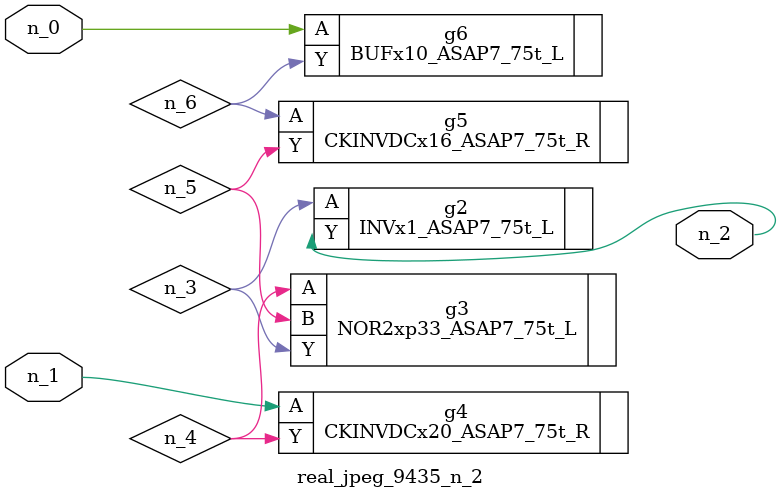
<source format=v>
module real_jpeg_9435_n_2 (n_1, n_0, n_2);

input n_1;
input n_0;

output n_2;

wire n_5;
wire n_4;
wire n_6;
wire n_3;

BUFx10_ASAP7_75t_L g6 ( 
.A(n_0),
.Y(n_6)
);

CKINVDCx20_ASAP7_75t_R g4 ( 
.A(n_1),
.Y(n_4)
);

INVx1_ASAP7_75t_L g2 ( 
.A(n_3),
.Y(n_2)
);

NOR2xp33_ASAP7_75t_L g3 ( 
.A(n_4),
.B(n_5),
.Y(n_3)
);

CKINVDCx16_ASAP7_75t_R g5 ( 
.A(n_6),
.Y(n_5)
);


endmodule
</source>
